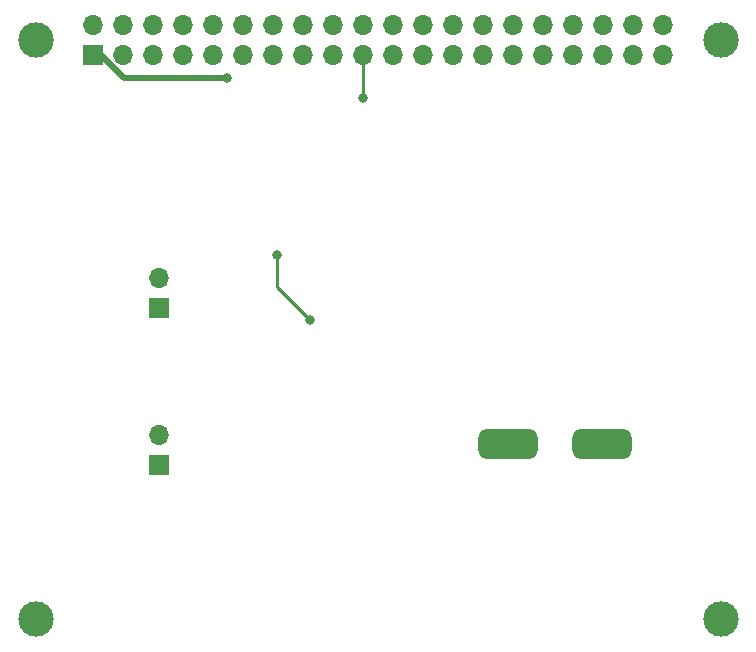
<source format=gbr>
%TF.GenerationSoftware,KiCad,Pcbnew,6.0.0*%
%TF.CreationDate,2022-01-12T19:36:27-05:00*%
%TF.ProjectId,raspi-hat,72617370-692d-4686-9174-2e6b69636164,rev?*%
%TF.SameCoordinates,Original*%
%TF.FileFunction,Copper,L2,Inr*%
%TF.FilePolarity,Positive*%
%FSLAX46Y46*%
G04 Gerber Fmt 4.6, Leading zero omitted, Abs format (unit mm)*
G04 Created by KiCad (PCBNEW 6.0.0) date 2022-01-12 19:36:27*
%MOMM*%
%LPD*%
G01*
G04 APERTURE LIST*
G04 Aperture macros list*
%AMRoundRect*
0 Rectangle with rounded corners*
0 $1 Rounding radius*
0 $2 $3 $4 $5 $6 $7 $8 $9 X,Y pos of 4 corners*
0 Add a 4 corners polygon primitive as box body*
4,1,4,$2,$3,$4,$5,$6,$7,$8,$9,$2,$3,0*
0 Add four circle primitives for the rounded corners*
1,1,$1+$1,$2,$3*
1,1,$1+$1,$4,$5*
1,1,$1+$1,$6,$7*
1,1,$1+$1,$8,$9*
0 Add four rect primitives between the rounded corners*
20,1,$1+$1,$2,$3,$4,$5,0*
20,1,$1+$1,$4,$5,$6,$7,0*
20,1,$1+$1,$6,$7,$8,$9,0*
20,1,$1+$1,$8,$9,$2,$3,0*%
G04 Aperture macros list end*
%TA.AperFunction,WasherPad*%
%ADD10C,3.000000*%
%TD*%
%TA.AperFunction,ComponentPad*%
%ADD11R,1.700000X1.700000*%
%TD*%
%TA.AperFunction,ComponentPad*%
%ADD12O,1.700000X1.700000*%
%TD*%
%TA.AperFunction,ComponentPad*%
%ADD13RoundRect,0.625000X1.875000X0.625000X-1.875000X0.625000X-1.875000X-0.625000X1.875000X-0.625000X0*%
%TD*%
%TA.AperFunction,ViaPad*%
%ADD14C,0.800000*%
%TD*%
%TA.AperFunction,Conductor*%
%ADD15C,0.500000*%
%TD*%
%TA.AperFunction,Conductor*%
%ADD16C,0.250000*%
%TD*%
G04 APERTURE END LIST*
D10*
X82040000Y-64310000D03*
X140040000Y-64330000D03*
X82040000Y-113320000D03*
X140030000Y-113310000D03*
D11*
X92500000Y-100275000D03*
D12*
X92500000Y-97735000D03*
D11*
X92500000Y-87000000D03*
D12*
X92500000Y-84460000D03*
D13*
X122050000Y-98545000D03*
X129950000Y-98545000D03*
D11*
X86920000Y-65590000D03*
D12*
X86920000Y-63050000D03*
X89460000Y-65590000D03*
X89460000Y-63050000D03*
X92000000Y-65590000D03*
X92000000Y-63050000D03*
X94540000Y-65590000D03*
X94540000Y-63050000D03*
X97080000Y-65590000D03*
X97080000Y-63050000D03*
X99620000Y-65590000D03*
X99620000Y-63050000D03*
X102160000Y-65590000D03*
X102160000Y-63050000D03*
X104700000Y-65590000D03*
X104700000Y-63050000D03*
X107240000Y-65590000D03*
X107240000Y-63050000D03*
X109780000Y-65590000D03*
X109780000Y-63050000D03*
X112320000Y-65590000D03*
X112320000Y-63050000D03*
X114860000Y-65590000D03*
X114860000Y-63050000D03*
X117400000Y-65590000D03*
X117400000Y-63050000D03*
X119940000Y-65590000D03*
X119940000Y-63050000D03*
X122480000Y-65590000D03*
X122480000Y-63050000D03*
X125020000Y-65590000D03*
X125020000Y-63050000D03*
X127560000Y-65590000D03*
X127560000Y-63050000D03*
X130100000Y-65590000D03*
X130100000Y-63050000D03*
X132640000Y-65590000D03*
X132640000Y-63050000D03*
X135180000Y-65590000D03*
X135180000Y-63050000D03*
D14*
X98250000Y-67500000D03*
X102500000Y-82500000D03*
X105250000Y-88000000D03*
X109750000Y-69250000D03*
D15*
X86920000Y-65590000D02*
X87590000Y-65590000D01*
X89500000Y-67500000D02*
X98250000Y-67500000D01*
X88250000Y-66250000D02*
X89500000Y-67500000D01*
X87590000Y-65590000D02*
X88250000Y-66250000D01*
D16*
X105250000Y-88000000D02*
X102500000Y-85250000D01*
X102500000Y-85250000D02*
X102500000Y-82500000D01*
X109780000Y-65590000D02*
X109780000Y-69220000D01*
X109780000Y-69220000D02*
X109750000Y-69250000D01*
M02*

</source>
